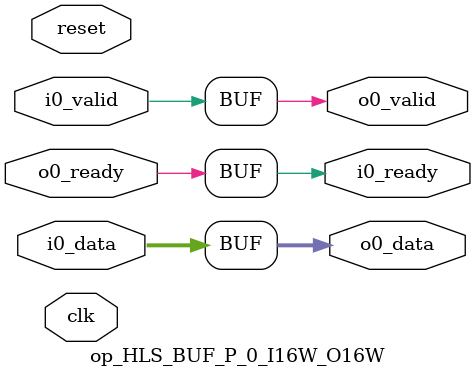
<source format=sv>
module op_HLS_BUF_P_0_I16W_O16W(	// git/chisel-template/src/main/scala/hls_float/hls_float.scala:521:7
  output        i0_ready,	// git/chisel-template/src/main/scala/hls_float/hls_float.scala:524:14
  input         i0_valid,	// git/chisel-template/src/main/scala/hls_float/hls_float.scala:524:14
  input  [15:0] i0_data,	// git/chisel-template/src/main/scala/hls_float/hls_float.scala:524:14
  input         o0_ready,	// git/chisel-template/src/main/scala/hls_float/hls_float.scala:525:14
  output        o0_valid,	// git/chisel-template/src/main/scala/hls_float/hls_float.scala:525:14
  output [15:0] o0_data,	// git/chisel-template/src/main/scala/hls_float/hls_float.scala:525:14
  input         clk,	// git/chisel-template/src/main/scala/hls_float/hls_float.scala:526:15
                reset	// git/chisel-template/src/main/scala/hls_float/hls_float.scala:527:17
);

  assign i0_ready = o0_ready;	// git/chisel-template/src/main/scala/hls_float/hls_float.scala:521:7
  assign o0_valid = i0_valid;	// git/chisel-template/src/main/scala/hls_float/hls_float.scala:521:7
  assign o0_data = i0_data;	// git/chisel-template/src/main/scala/hls_float/hls_float.scala:521:7
endmodule



</source>
